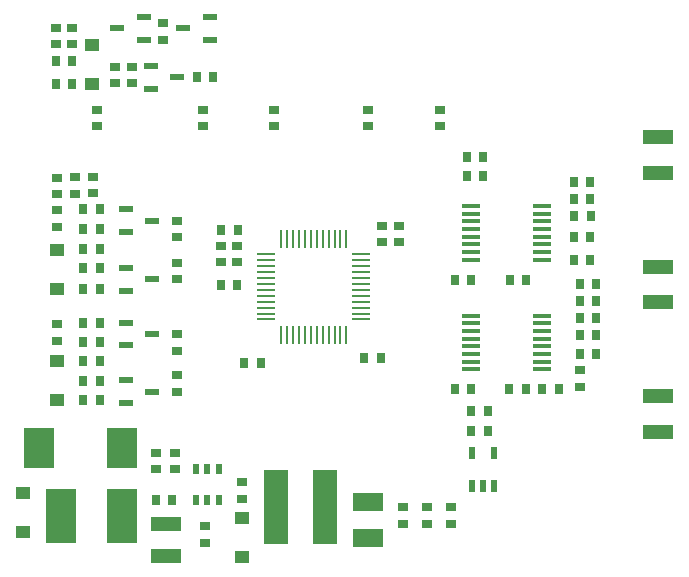
<source format=gtp>
G04*
G04 #@! TF.GenerationSoftware,Altium Limited,Altium Designer,21.3.2 (30)*
G04*
G04 Layer_Color=8421504*
%FSTAX24Y24*%
%MOIN*%
G70*
G04*
G04 #@! TF.SameCoordinates,A3F46B7C-A478-48B6-9C65-4A08B567271E*
G04*
G04*
G04 #@! TF.FilePolarity,Positive*
G04*
G01*
G75*
%ADD20R,0.0315X0.0354*%
%ADD21R,0.0984X0.1378*%
%ADD22R,0.0335X0.0295*%
%ADD23R,0.0453X0.0236*%
%ADD24R,0.0295X0.0335*%
%ADD25R,0.0472X0.0394*%
%ADD26R,0.0354X0.0315*%
%ADD27O,0.0098X0.0610*%
%ADD28O,0.0610X0.0098*%
%ADD29R,0.0610X0.0118*%
%ADD30R,0.1024X0.0472*%
%ADD31R,0.0217X0.0374*%
%ADD32R,0.0197X0.0394*%
%ADD33R,0.0984X0.0472*%
%ADD34R,0.1024X0.0591*%
%ADD35R,0.0846X0.2480*%
%ADD36R,0.0984X0.1811*%
D20*
X034318Y020496D02*
D03*
X033767D02*
D03*
X020456Y027803D02*
D03*
X021007D02*
D03*
X035586Y020496D02*
D03*
X036137D02*
D03*
X038296Y022621D02*
D03*
X037745D02*
D03*
X038284Y021935D02*
D03*
X037733D02*
D03*
X038284Y021167D02*
D03*
X037733D02*
D03*
X038475Y018027D02*
D03*
X037924D02*
D03*
X037229Y016862D02*
D03*
X036677D02*
D03*
X025975Y022167D02*
D03*
X026526D02*
D03*
X031302Y017909D02*
D03*
X030751D02*
D03*
X021922Y022843D02*
D03*
X021371D02*
D03*
X02192Y019063D02*
D03*
X021369D02*
D03*
X033766Y016862D02*
D03*
X034317D02*
D03*
X035585D02*
D03*
X036136D02*
D03*
X034317Y01611D02*
D03*
X034869D02*
D03*
X034318Y015461D02*
D03*
X034869D02*
D03*
D21*
X022668Y014902D02*
D03*
X019913D02*
D03*
D22*
X022436Y027055D02*
D03*
Y027606D02*
D03*
X022999Y027606D02*
D03*
Y027055D02*
D03*
X024046Y028504D02*
D03*
Y029055D02*
D03*
X020456Y028894D02*
D03*
Y028343D02*
D03*
X021007Y028343D02*
D03*
Y028894D02*
D03*
X024495Y016776D02*
D03*
Y017327D02*
D03*
X024495Y018681D02*
D03*
Y01813D02*
D03*
X024497Y022472D02*
D03*
Y021921D02*
D03*
X024495Y020516D02*
D03*
Y021067D02*
D03*
X021086Y023917D02*
D03*
Y023366D02*
D03*
X020499Y023354D02*
D03*
Y023906D02*
D03*
X024444Y014185D02*
D03*
Y014736D02*
D03*
X023787Y014185D02*
D03*
Y014736D02*
D03*
X033267Y025614D02*
D03*
Y026165D02*
D03*
X030885Y025614D02*
D03*
Y026165D02*
D03*
X027735Y025614D02*
D03*
Y026165D02*
D03*
X025373Y025614D02*
D03*
Y026165D02*
D03*
X021838Y025614D02*
D03*
Y026165D02*
D03*
D23*
X023631Y027618D02*
D03*
Y02687D02*
D03*
X024517Y027244D02*
D03*
X025596Y028508D02*
D03*
Y029256D02*
D03*
X02471Y028882D02*
D03*
X023395Y028508D02*
D03*
Y029256D02*
D03*
X022509Y028882D02*
D03*
X023674Y016776D02*
D03*
X022789Y016402D02*
D03*
Y01715D02*
D03*
X023674Y018689D02*
D03*
X022789Y018315D02*
D03*
Y019063D02*
D03*
X023674Y020512D02*
D03*
X022789Y020138D02*
D03*
Y020886D02*
D03*
X023676Y022469D02*
D03*
X022791Y022094D02*
D03*
Y022843D02*
D03*
D24*
X025161Y027244D02*
D03*
X025712D02*
D03*
X037924Y018663D02*
D03*
X038476D02*
D03*
X037924Y019232D02*
D03*
X038476D02*
D03*
X037924Y019801D02*
D03*
X038476D02*
D03*
X037924Y02037D02*
D03*
X038476D02*
D03*
X037733Y023178D02*
D03*
X038284D02*
D03*
X037733Y023745D02*
D03*
X038284D02*
D03*
X021007Y027039D02*
D03*
X020456D02*
D03*
X034712Y023957D02*
D03*
X034161D02*
D03*
X034712Y024583D02*
D03*
X034161D02*
D03*
X026751Y017717D02*
D03*
X027302D02*
D03*
X026511Y020331D02*
D03*
X02596D02*
D03*
X021922Y020201D02*
D03*
X021371D02*
D03*
X021369Y020881D02*
D03*
X02192D02*
D03*
X021922Y021522D02*
D03*
X021371D02*
D03*
X021922Y022182D02*
D03*
X021371D02*
D03*
X021921Y016492D02*
D03*
X02137D02*
D03*
X021369Y017138D02*
D03*
X02192D02*
D03*
X02192Y017791D02*
D03*
X021369D02*
D03*
X02192Y018433D02*
D03*
X021369D02*
D03*
X02434Y01316D02*
D03*
X023789D02*
D03*
D25*
X021676Y027039D02*
D03*
Y028339D02*
D03*
X020496Y017784D02*
D03*
Y016483D02*
D03*
X020497Y021505D02*
D03*
Y020204D02*
D03*
X019385Y013387D02*
D03*
Y012086D02*
D03*
X026661Y012556D02*
D03*
Y011255D02*
D03*
D26*
X037944Y017488D02*
D03*
Y016937D02*
D03*
X031893Y022307D02*
D03*
Y021756D02*
D03*
X031332Y021745D02*
D03*
Y022296D02*
D03*
X025967Y021629D02*
D03*
Y021078D02*
D03*
X026511Y021078D02*
D03*
Y021629D02*
D03*
X026661Y013752D02*
D03*
Y013201D02*
D03*
X020499Y019016D02*
D03*
Y018465D02*
D03*
X020501Y022811D02*
D03*
Y02226D02*
D03*
X021692Y023929D02*
D03*
Y023378D02*
D03*
X025424Y011736D02*
D03*
Y012287D02*
D03*
X033621Y01237D02*
D03*
Y012921D02*
D03*
X032822Y01237D02*
D03*
Y012921D02*
D03*
X032023Y01237D02*
D03*
Y012921D02*
D03*
D27*
X030149Y021844D02*
D03*
X029952D02*
D03*
X029755D02*
D03*
X029558D02*
D03*
X029361D02*
D03*
X029165D02*
D03*
X028968D02*
D03*
X028771D02*
D03*
X028574D02*
D03*
X028377D02*
D03*
X02818D02*
D03*
X027983D02*
D03*
Y018675D02*
D03*
X02818D02*
D03*
X028377D02*
D03*
X028574D02*
D03*
X028771D02*
D03*
X028968D02*
D03*
X029165D02*
D03*
X029361D02*
D03*
X029558D02*
D03*
X029755D02*
D03*
X029952D02*
D03*
X030149D02*
D03*
D28*
X027482Y021343D02*
D03*
Y021146D02*
D03*
Y020949D02*
D03*
Y020752D02*
D03*
Y020555D02*
D03*
Y020358D02*
D03*
Y020161D02*
D03*
Y019965D02*
D03*
Y019768D02*
D03*
Y019571D02*
D03*
Y019374D02*
D03*
Y019177D02*
D03*
X030651D02*
D03*
Y019374D02*
D03*
Y019571D02*
D03*
Y019768D02*
D03*
Y019965D02*
D03*
Y020161D02*
D03*
Y020358D02*
D03*
Y020555D02*
D03*
Y020752D02*
D03*
Y020949D02*
D03*
Y021146D02*
D03*
Y021343D02*
D03*
D29*
X034318Y021167D02*
D03*
Y021423D02*
D03*
Y021679D02*
D03*
Y021935D02*
D03*
Y022191D02*
D03*
Y022447D02*
D03*
Y022703D02*
D03*
Y022959D02*
D03*
X03668D02*
D03*
Y022703D02*
D03*
Y022447D02*
D03*
Y022191D02*
D03*
Y021935D02*
D03*
Y021679D02*
D03*
Y021423D02*
D03*
Y021167D02*
D03*
X034317Y01751D02*
D03*
Y017766D02*
D03*
Y018022D02*
D03*
Y018277D02*
D03*
Y018533D02*
D03*
Y018789D02*
D03*
Y019045D02*
D03*
Y019301D02*
D03*
X03668D02*
D03*
Y019045D02*
D03*
Y018789D02*
D03*
Y018533D02*
D03*
Y018277D02*
D03*
Y018022D02*
D03*
Y017766D02*
D03*
Y01751D02*
D03*
D30*
X024145Y011287D02*
D03*
Y01235D02*
D03*
D31*
X025887Y014182D02*
D03*
X025513D02*
D03*
X025139D02*
D03*
Y013159D02*
D03*
X025513D02*
D03*
X025887D02*
D03*
D32*
X034326Y013634D02*
D03*
X0347D02*
D03*
X035074D02*
D03*
Y014736D02*
D03*
X034326D02*
D03*
D33*
X040521Y016622D02*
D03*
Y015441D02*
D03*
Y020933D02*
D03*
Y019752D02*
D03*
Y025244D02*
D03*
Y024063D02*
D03*
D34*
X030881Y011902D02*
D03*
Y013083D02*
D03*
D35*
X029422Y012934D02*
D03*
X027789D02*
D03*
D36*
X020629Y012614D02*
D03*
X022676D02*
D03*
M02*

</source>
